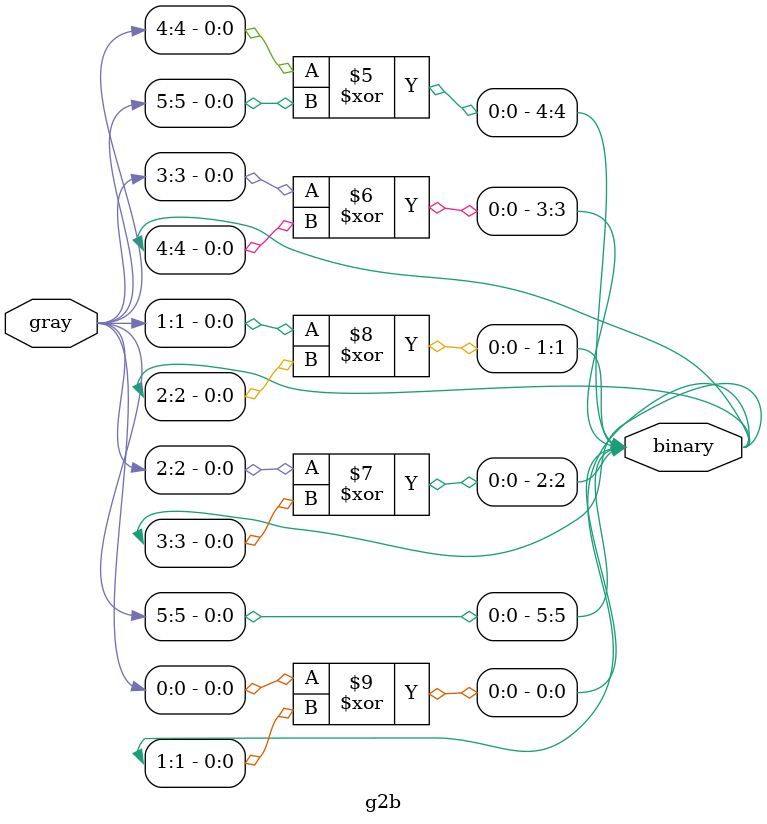
<source format=sv>
module g2b #(BITSIZE = 6)(
    input        [BITSIZE-1:0] gray,      
    output logic [BITSIZE-1:0] binary     
);

    always_comb begin
        binary[BITSIZE-1] = gray[BITSIZE-1];
        for(int i = BITSIZE-2; i >= 0; i--) begin
            binary[i] = gray[i] ^ binary[i+1];
        end        
    end
  
endmodule

</source>
